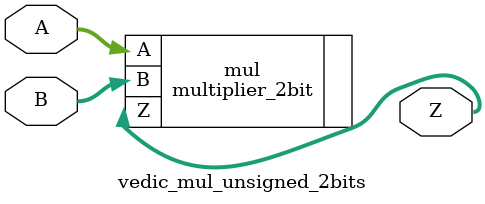
<source format=v>
module vedic_mul_unsigned_2bits(
    A,
    B,
    Z
);

input wire [1:0] A;
input wire [1:0] B;
output wire [3:0] Z;


multiplier_2bit mul(
    .A(A),
    .B(B),
    .Z(Z)
);

endmodule 
</source>
